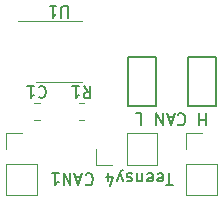
<source format=gbr>
%TF.GenerationSoftware,KiCad,Pcbnew,(6.0.5-0)*%
%TF.CreationDate,2022-10-30T23:15:49-07:00*%
%TF.ProjectId,teensy-4-can1,7465656e-7379-42d3-942d-63616e312e6b,rev?*%
%TF.SameCoordinates,PX8a12ae0PY695f190*%
%TF.FileFunction,Legend,Top*%
%TF.FilePolarity,Positive*%
%FSLAX46Y46*%
G04 Gerber Fmt 4.6, Leading zero omitted, Abs format (unit mm)*
G04 Created by KiCad (PCBNEW (6.0.5-0)) date 2022-10-30 23:15:49*
%MOMM*%
%LPD*%
G01*
G04 APERTURE LIST*
%ADD10C,0.150000*%
%ADD11C,0.120000*%
G04 APERTURE END LIST*
D10*
X16874761Y37282381D02*
X16874761Y36282381D01*
X16874761Y36758572D02*
X16303333Y36758572D01*
X16303333Y37282381D02*
X16303333Y36282381D01*
X14493809Y37187143D02*
X14541428Y37234762D01*
X14684285Y37282381D01*
X14779523Y37282381D01*
X14922380Y37234762D01*
X15017619Y37139524D01*
X15065238Y37044286D01*
X15112857Y36853810D01*
X15112857Y36710953D01*
X15065238Y36520477D01*
X15017619Y36425239D01*
X14922380Y36330000D01*
X14779523Y36282381D01*
X14684285Y36282381D01*
X14541428Y36330000D01*
X14493809Y36377620D01*
X14112857Y36996667D02*
X13636666Y36996667D01*
X14208095Y37282381D02*
X13874761Y36282381D01*
X13541428Y37282381D01*
X13208095Y37282381D02*
X13208095Y36282381D01*
X12636666Y37282381D01*
X12636666Y36282381D01*
X10922380Y37282381D02*
X11398571Y37282381D01*
X11398571Y36282381D01*
X14056666Y31202381D02*
X13485238Y31202381D01*
X13770952Y32202381D02*
X13770952Y31202381D01*
X12770952Y32154762D02*
X12866190Y32202381D01*
X13056666Y32202381D01*
X13151904Y32154762D01*
X13199523Y32059524D01*
X13199523Y31678572D01*
X13151904Y31583334D01*
X13056666Y31535715D01*
X12866190Y31535715D01*
X12770952Y31583334D01*
X12723333Y31678572D01*
X12723333Y31773810D01*
X13199523Y31869048D01*
X11913809Y32154762D02*
X12009047Y32202381D01*
X12199523Y32202381D01*
X12294761Y32154762D01*
X12342380Y32059524D01*
X12342380Y31678572D01*
X12294761Y31583334D01*
X12199523Y31535715D01*
X12009047Y31535715D01*
X11913809Y31583334D01*
X11866190Y31678572D01*
X11866190Y31773810D01*
X12342380Y31869048D01*
X11437619Y31535715D02*
X11437619Y32202381D01*
X11437619Y31630953D02*
X11390000Y31583334D01*
X11294761Y31535715D01*
X11151904Y31535715D01*
X11056666Y31583334D01*
X11009047Y31678572D01*
X11009047Y32202381D01*
X10580476Y32154762D02*
X10485238Y32202381D01*
X10294761Y32202381D01*
X10199523Y32154762D01*
X10151904Y32059524D01*
X10151904Y32011905D01*
X10199523Y31916667D01*
X10294761Y31869048D01*
X10437619Y31869048D01*
X10532857Y31821429D01*
X10580476Y31726191D01*
X10580476Y31678572D01*
X10532857Y31583334D01*
X10437619Y31535715D01*
X10294761Y31535715D01*
X10199523Y31583334D01*
X9818571Y31535715D02*
X9580476Y32202381D01*
X9342380Y31535715D02*
X9580476Y32202381D01*
X9675714Y32440477D01*
X9723333Y32488096D01*
X9818571Y32535715D01*
X8532857Y31535715D02*
X8532857Y32202381D01*
X8770952Y31154762D02*
X9009047Y31869048D01*
X8390000Y31869048D01*
X6675714Y32107143D02*
X6723333Y32154762D01*
X6866190Y32202381D01*
X6961428Y32202381D01*
X7104285Y32154762D01*
X7199523Y32059524D01*
X7247142Y31964286D01*
X7294761Y31773810D01*
X7294761Y31630953D01*
X7247142Y31440477D01*
X7199523Y31345239D01*
X7104285Y31250000D01*
X6961428Y31202381D01*
X6866190Y31202381D01*
X6723333Y31250000D01*
X6675714Y31297620D01*
X6294761Y31916667D02*
X5818571Y31916667D01*
X6390000Y32202381D02*
X6056666Y31202381D01*
X5723333Y32202381D01*
X5390000Y32202381D02*
X5390000Y31202381D01*
X4818571Y32202381D01*
X4818571Y31202381D01*
X3818571Y32202381D02*
X4390000Y32202381D01*
X4104285Y32202381D02*
X4104285Y31202381D01*
X4199523Y31345239D01*
X4294761Y31440477D01*
X4390000Y31488096D01*
%TO.C,R1*%
X6516666Y39567381D02*
X6850000Y39091191D01*
X7088095Y39567381D02*
X7088095Y38567381D01*
X6707142Y38567381D01*
X6611904Y38615000D01*
X6564285Y38662620D01*
X6516666Y38757858D01*
X6516666Y38900715D01*
X6564285Y38995953D01*
X6611904Y39043572D01*
X6707142Y39091191D01*
X7088095Y39091191D01*
X5564285Y39567381D02*
X6135714Y39567381D01*
X5850000Y39567381D02*
X5850000Y38567381D01*
X5945238Y38710239D01*
X6040476Y38805477D01*
X6135714Y38853096D01*
%TO.C,C1*%
X2706666Y39502143D02*
X2754285Y39549762D01*
X2897142Y39597381D01*
X2992380Y39597381D01*
X3135238Y39549762D01*
X3230476Y39454524D01*
X3278095Y39359286D01*
X3325714Y39168810D01*
X3325714Y39025953D01*
X3278095Y38835477D01*
X3230476Y38740239D01*
X3135238Y38645000D01*
X2992380Y38597381D01*
X2897142Y38597381D01*
X2754285Y38645000D01*
X2706666Y38692620D01*
X1754285Y39597381D02*
X2325714Y39597381D01*
X2040000Y39597381D02*
X2040000Y38597381D01*
X2135238Y38740239D01*
X2230476Y38835477D01*
X2325714Y38883096D01*
%TO.C,U1*%
X5206904Y45397381D02*
X5206904Y46206905D01*
X5159285Y46302143D01*
X5111666Y46349762D01*
X5016428Y46397381D01*
X4825952Y46397381D01*
X4730714Y46349762D01*
X4683095Y46302143D01*
X4635476Y46206905D01*
X4635476Y45397381D01*
X3635476Y46397381D02*
X4206904Y46397381D01*
X3921190Y46397381D02*
X3921190Y45397381D01*
X4016428Y45540239D01*
X4111666Y45635477D01*
X4206904Y45683096D01*
D11*
%TO.C,R1*%
X6122936Y38200000D02*
X6577064Y38200000D01*
X6122936Y36730000D02*
X6577064Y36730000D01*
D10*
%TO.C,REF\u002A\u002A*%
X10230000Y42105000D02*
X12630000Y42105000D01*
X10230000Y37905000D02*
X10230000Y42105000D01*
X12630000Y42105000D02*
X12630000Y37905000D01*
X12630000Y37905000D02*
X10230000Y37905000D01*
X15310000Y42105000D02*
X17710000Y42105000D01*
X15310000Y37905000D02*
X15310000Y42105000D01*
X17710000Y42105000D02*
X17710000Y37905000D01*
X17710000Y37905000D02*
X15310000Y37905000D01*
D11*
%TO.C,C1*%
X2278748Y36730000D02*
X2801252Y36730000D01*
X2278748Y38200000D02*
X2801252Y38200000D01*
%TO.C,REF\u002A\u002A*%
X8890000Y32960000D02*
X7560000Y32960000D01*
X12760000Y32960000D02*
X12760000Y35620000D01*
X10160000Y32960000D02*
X12760000Y32960000D01*
X10160000Y32960000D02*
X10160000Y35620000D01*
X7560000Y32960000D02*
X7560000Y34290000D01*
X10160000Y35620000D02*
X12760000Y35620000D01*
X15180000Y34290000D02*
X15180000Y35620000D01*
X15180000Y30420000D02*
X17840000Y30420000D01*
X15180000Y33020000D02*
X15180000Y30420000D01*
X15180000Y33020000D02*
X17840000Y33020000D01*
X15180000Y35620000D02*
X16510000Y35620000D01*
X17840000Y33020000D02*
X17840000Y30420000D01*
X-60000Y34290000D02*
X-60000Y35620000D01*
X-60000Y30420000D02*
X2600000Y30420000D01*
X-60000Y33020000D02*
X-60000Y30420000D01*
X-60000Y33020000D02*
X2600000Y33020000D01*
X-60000Y35620000D02*
X1270000Y35620000D01*
X2600000Y33020000D02*
X2600000Y30420000D01*
%TO.C,U1*%
X4445000Y45105000D02*
X6395000Y45105000D01*
X4445000Y39985000D02*
X6395000Y39985000D01*
X4445000Y45105000D02*
X995000Y45105000D01*
X4445000Y39985000D02*
X2495000Y39985000D01*
%TD*%
M02*

</source>
